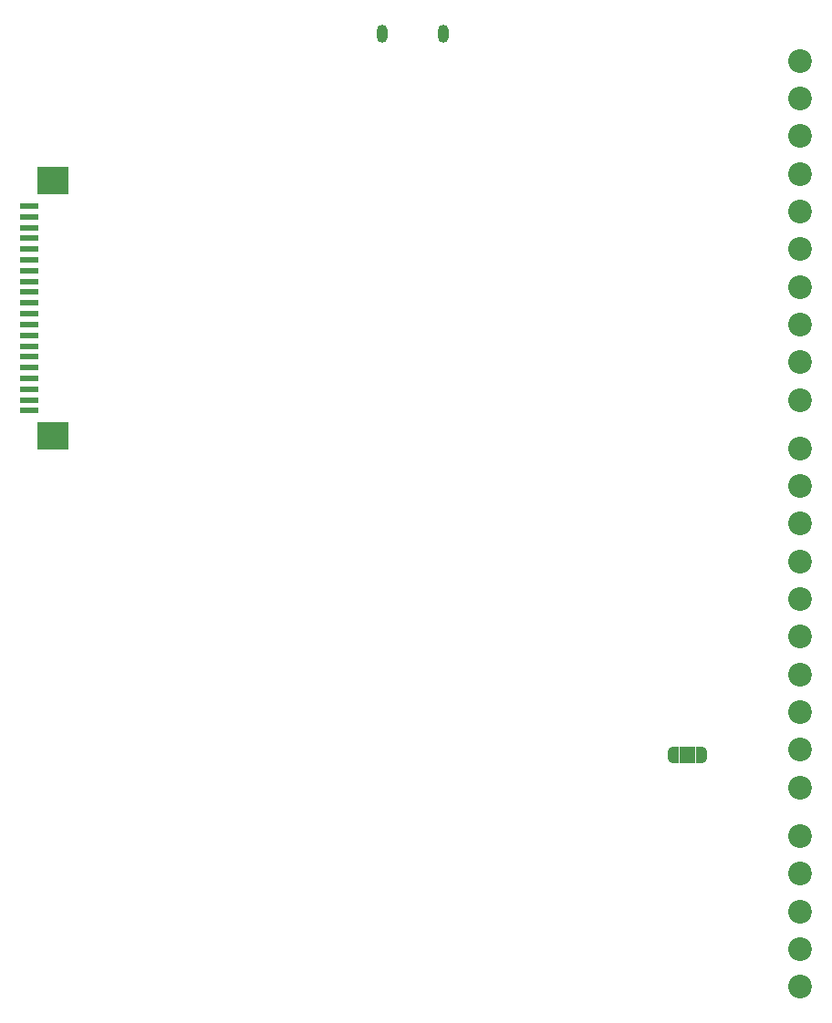
<source format=gbr>
%TF.GenerationSoftware,KiCad,Pcbnew,9.0.3*%
%TF.CreationDate,2025-08-16T08:56:31+03:00*%
%TF.ProjectId,PMCNV-Count6,504d434e-562d-4436-9f75-6e74362e6b69,rev?*%
%TF.SameCoordinates,PX3dfd240PY5f5e100*%
%TF.FileFunction,Soldermask,Bot*%
%TF.FilePolarity,Negative*%
%FSLAX46Y46*%
G04 Gerber Fmt 4.6, Leading zero omitted, Abs format (unit mm)*
G04 Created by KiCad (PCBNEW 9.0.3) date 2025-08-16 08:56:31*
%MOMM*%
%LPD*%
G01*
G04 APERTURE LIST*
G04 Aperture macros list*
%AMFreePoly0*
4,1,23,0.550000,-0.750000,0.000000,-0.750000,0.000000,-0.745722,-0.065263,-0.745722,-0.191342,-0.711940,-0.304381,-0.646677,-0.396677,-0.554381,-0.461940,-0.441342,-0.495722,-0.315263,-0.495722,-0.250000,-0.500000,-0.250000,-0.500000,0.250000,-0.495722,0.250000,-0.495722,0.315263,-0.461940,0.441342,-0.396677,0.554381,-0.304381,0.646677,-0.191342,0.711940,-0.065263,0.745722,0.000000,0.745722,
0.000000,0.750000,0.550000,0.750000,0.550000,-0.750000,0.550000,-0.750000,$1*%
%AMFreePoly1*
4,1,23,0.000000,0.745722,0.065263,0.745722,0.191342,0.711940,0.304381,0.646677,0.396677,0.554381,0.461940,0.441342,0.495722,0.315263,0.495722,0.250000,0.500000,0.250000,0.500000,-0.250000,0.495722,-0.250000,0.495722,-0.315263,0.461940,-0.441342,0.396677,-0.554381,0.304381,-0.646677,0.191342,-0.711940,0.065263,-0.745722,0.000000,-0.745722,0.000000,-0.750000,-0.550000,-0.750000,
-0.550000,0.750000,0.000000,0.750000,0.000000,0.745722,0.000000,0.745722,$1*%
G04 Aperture macros list end*
%ADD10C,2.200000*%
%ADD11O,1.000000X1.700000*%
%ADD12FreePoly0,0.000000*%
%ADD13R,1.000000X1.500000*%
%ADD14FreePoly1,0.000000*%
%ADD15R,1.800000X0.600000*%
%ADD16R,3.000000X2.600000*%
G04 APERTURE END LIST*
%TO.C,JP1*%
G36*
X23750000Y-22250000D02*
G01*
X25250000Y-22250000D01*
X25250000Y-20750000D01*
X23750000Y-20750000D01*
X23750000Y-22250000D01*
G37*
%TD*%
D10*
%TO.C,J6*%
X35000000Y-43000000D03*
X35000000Y-39500000D03*
X35000000Y-36000000D03*
X35000000Y-32500000D03*
X35000000Y-29000000D03*
%TD*%
D11*
%TO.C,J1*%
X1825001Y45502158D03*
X-3825001Y45502158D03*
%TD*%
D10*
%TO.C,J4*%
X35000000Y-24500000D03*
X35000000Y-21000000D03*
X35000000Y-17500000D03*
X35000000Y-14000000D03*
X35000000Y-10500000D03*
X35000000Y-7000000D03*
X35000000Y-3500000D03*
X35000000Y0D03*
X35000000Y3500000D03*
X35000000Y7000000D03*
%TD*%
%TO.C,J3*%
X35000000Y11500000D03*
X35000000Y15000000D03*
X35000000Y18500000D03*
X35000000Y22000000D03*
X35000000Y25500000D03*
X35000000Y29000000D03*
X35000000Y32500000D03*
X35000000Y36000000D03*
X35000000Y39500000D03*
X35000000Y43000000D03*
%TD*%
D12*
%TO.C,JP1*%
X23200000Y-21500000D03*
D13*
X24500000Y-21500000D03*
D14*
X25800000Y-21500000D03*
%TD*%
D15*
%TO.C,JM2*%
X-36546000Y29500000D03*
X-36546000Y28500000D03*
X-36546000Y27500000D03*
X-36546000Y26500000D03*
X-36546000Y25500000D03*
X-36546000Y24500000D03*
X-36546000Y23500000D03*
X-36546000Y22500000D03*
X-36546000Y21500000D03*
X-36546000Y20500000D03*
X-36546000Y19500000D03*
X-36546000Y18500000D03*
X-36546000Y17500000D03*
X-36546000Y16500000D03*
X-36546000Y15500000D03*
X-36546000Y14500000D03*
X-36546000Y13500000D03*
X-36546000Y12500000D03*
X-36546000Y11500000D03*
X-36546000Y10500000D03*
D16*
X-34375000Y31850000D03*
X-34375000Y8150000D03*
%TD*%
M02*

</source>
